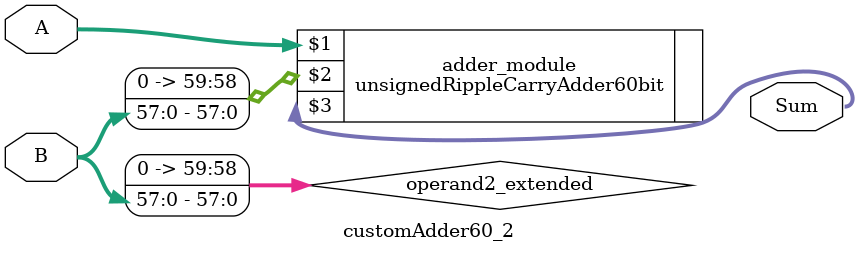
<source format=v>
module customAdder60_2(
                        input [59 : 0] A,
                        input [57 : 0] B,
                        
                        output [60 : 0] Sum
                );

        wire [59 : 0] operand2_extended;
        
        assign operand2_extended =  {2'b0, B};
        
        unsignedRippleCarryAdder60bit adder_module(
            A,
            operand2_extended,
            Sum
        );
        
        endmodule
        
</source>
